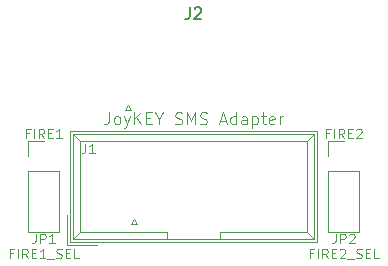
<source format=gto>
G04 #@! TF.GenerationSoftware,KiCad,Pcbnew,(5.1.8)-1*
G04 #@! TF.CreationDate,2021-01-08T23:48:15+01:00*
G04 #@! TF.ProjectId,Sega Master System,53656761-204d-4617-9374-657220537973,rev?*
G04 #@! TF.SameCoordinates,Original*
G04 #@! TF.FileFunction,Legend,Top*
G04 #@! TF.FilePolarity,Positive*
%FSLAX46Y46*%
G04 Gerber Fmt 4.6, Leading zero omitted, Abs format (unit mm)*
G04 Created by KiCad (PCBNEW (5.1.8)-1) date 2021-01-08 23:48:15*
%MOMM*%
%LPD*%
G01*
G04 APERTURE LIST*
%ADD10C,0.100000*%
%ADD11C,0.120000*%
%ADD12C,0.150000*%
G04 APERTURE END LIST*
D10*
X128320952Y-83762857D02*
X128054285Y-83762857D01*
X128054285Y-84181904D02*
X128054285Y-83381904D01*
X128435238Y-83381904D01*
X128740000Y-84181904D02*
X128740000Y-83381904D01*
X129578095Y-84181904D02*
X129311428Y-83800952D01*
X129120952Y-84181904D02*
X129120952Y-83381904D01*
X129425714Y-83381904D01*
X129501904Y-83420000D01*
X129540000Y-83458095D01*
X129578095Y-83534285D01*
X129578095Y-83648571D01*
X129540000Y-83724761D01*
X129501904Y-83762857D01*
X129425714Y-83800952D01*
X129120952Y-83800952D01*
X129920952Y-83762857D02*
X130187619Y-83762857D01*
X130301904Y-84181904D02*
X129920952Y-84181904D01*
X129920952Y-83381904D01*
X130301904Y-83381904D01*
X131063809Y-84181904D02*
X130606666Y-84181904D01*
X130835238Y-84181904D02*
X130835238Y-83381904D01*
X130759047Y-83496190D01*
X130682857Y-83572380D01*
X130606666Y-83610476D01*
X153720952Y-83762857D02*
X153454285Y-83762857D01*
X153454285Y-84181904D02*
X153454285Y-83381904D01*
X153835238Y-83381904D01*
X154140000Y-84181904D02*
X154140000Y-83381904D01*
X154978095Y-84181904D02*
X154711428Y-83800952D01*
X154520952Y-84181904D02*
X154520952Y-83381904D01*
X154825714Y-83381904D01*
X154901904Y-83420000D01*
X154940000Y-83458095D01*
X154978095Y-83534285D01*
X154978095Y-83648571D01*
X154940000Y-83724761D01*
X154901904Y-83762857D01*
X154825714Y-83800952D01*
X154520952Y-83800952D01*
X155320952Y-83762857D02*
X155587619Y-83762857D01*
X155701904Y-84181904D02*
X155320952Y-84181904D01*
X155320952Y-83381904D01*
X155701904Y-83381904D01*
X156006666Y-83458095D02*
X156044761Y-83420000D01*
X156120952Y-83381904D01*
X156311428Y-83381904D01*
X156387619Y-83420000D01*
X156425714Y-83458095D01*
X156463809Y-83534285D01*
X156463809Y-83610476D01*
X156425714Y-83724761D01*
X155968571Y-84181904D01*
X156463809Y-84181904D01*
X135073333Y-82002380D02*
X135073333Y-82716666D01*
X135025714Y-82859523D01*
X134930476Y-82954761D01*
X134787619Y-83002380D01*
X134692380Y-83002380D01*
X135692380Y-83002380D02*
X135597142Y-82954761D01*
X135549523Y-82907142D01*
X135501904Y-82811904D01*
X135501904Y-82526190D01*
X135549523Y-82430952D01*
X135597142Y-82383333D01*
X135692380Y-82335714D01*
X135835238Y-82335714D01*
X135930476Y-82383333D01*
X135978095Y-82430952D01*
X136025714Y-82526190D01*
X136025714Y-82811904D01*
X135978095Y-82907142D01*
X135930476Y-82954761D01*
X135835238Y-83002380D01*
X135692380Y-83002380D01*
X136359047Y-82335714D02*
X136597142Y-83002380D01*
X136835238Y-82335714D02*
X136597142Y-83002380D01*
X136501904Y-83240476D01*
X136454285Y-83288095D01*
X136359047Y-83335714D01*
X137216190Y-83002380D02*
X137216190Y-82002380D01*
X137787619Y-83002380D02*
X137359047Y-82430952D01*
X137787619Y-82002380D02*
X137216190Y-82573809D01*
X138216190Y-82478571D02*
X138549523Y-82478571D01*
X138692380Y-83002380D02*
X138216190Y-83002380D01*
X138216190Y-82002380D01*
X138692380Y-82002380D01*
X139311428Y-82526190D02*
X139311428Y-83002380D01*
X138978095Y-82002380D02*
X139311428Y-82526190D01*
X139644761Y-82002380D01*
X140692380Y-82954761D02*
X140835238Y-83002380D01*
X141073333Y-83002380D01*
X141168571Y-82954761D01*
X141216190Y-82907142D01*
X141263809Y-82811904D01*
X141263809Y-82716666D01*
X141216190Y-82621428D01*
X141168571Y-82573809D01*
X141073333Y-82526190D01*
X140882857Y-82478571D01*
X140787619Y-82430952D01*
X140740000Y-82383333D01*
X140692380Y-82288095D01*
X140692380Y-82192857D01*
X140740000Y-82097619D01*
X140787619Y-82050000D01*
X140882857Y-82002380D01*
X141120952Y-82002380D01*
X141263809Y-82050000D01*
X141692380Y-83002380D02*
X141692380Y-82002380D01*
X142025714Y-82716666D01*
X142359047Y-82002380D01*
X142359047Y-83002380D01*
X142787619Y-82954761D02*
X142930476Y-83002380D01*
X143168571Y-83002380D01*
X143263809Y-82954761D01*
X143311428Y-82907142D01*
X143359047Y-82811904D01*
X143359047Y-82716666D01*
X143311428Y-82621428D01*
X143263809Y-82573809D01*
X143168571Y-82526190D01*
X142978095Y-82478571D01*
X142882857Y-82430952D01*
X142835238Y-82383333D01*
X142787619Y-82288095D01*
X142787619Y-82192857D01*
X142835238Y-82097619D01*
X142882857Y-82050000D01*
X142978095Y-82002380D01*
X143216190Y-82002380D01*
X143359047Y-82050000D01*
X144501904Y-82716666D02*
X144978095Y-82716666D01*
X144406666Y-83002380D02*
X144740000Y-82002380D01*
X145073333Y-83002380D01*
X145835238Y-83002380D02*
X145835238Y-82002380D01*
X145835238Y-82954761D02*
X145740000Y-83002380D01*
X145549523Y-83002380D01*
X145454285Y-82954761D01*
X145406666Y-82907142D01*
X145359047Y-82811904D01*
X145359047Y-82526190D01*
X145406666Y-82430952D01*
X145454285Y-82383333D01*
X145549523Y-82335714D01*
X145740000Y-82335714D01*
X145835238Y-82383333D01*
X146740000Y-83002380D02*
X146740000Y-82478571D01*
X146692380Y-82383333D01*
X146597142Y-82335714D01*
X146406666Y-82335714D01*
X146311428Y-82383333D01*
X146740000Y-82954761D02*
X146644761Y-83002380D01*
X146406666Y-83002380D01*
X146311428Y-82954761D01*
X146263809Y-82859523D01*
X146263809Y-82764285D01*
X146311428Y-82669047D01*
X146406666Y-82621428D01*
X146644761Y-82621428D01*
X146740000Y-82573809D01*
X147216190Y-82335714D02*
X147216190Y-83335714D01*
X147216190Y-82383333D02*
X147311428Y-82335714D01*
X147501904Y-82335714D01*
X147597142Y-82383333D01*
X147644761Y-82430952D01*
X147692380Y-82526190D01*
X147692380Y-82811904D01*
X147644761Y-82907142D01*
X147597142Y-82954761D01*
X147501904Y-83002380D01*
X147311428Y-83002380D01*
X147216190Y-82954761D01*
X147978095Y-82335714D02*
X148359047Y-82335714D01*
X148120952Y-82002380D02*
X148120952Y-82859523D01*
X148168571Y-82954761D01*
X148263809Y-83002380D01*
X148359047Y-83002380D01*
X149073333Y-82954761D02*
X148978095Y-83002380D01*
X148787619Y-83002380D01*
X148692380Y-82954761D01*
X148644761Y-82859523D01*
X148644761Y-82478571D01*
X148692380Y-82383333D01*
X148787619Y-82335714D01*
X148978095Y-82335714D01*
X149073333Y-82383333D01*
X149120952Y-82478571D01*
X149120952Y-82573809D01*
X148644761Y-82669047D01*
X149549523Y-83002380D02*
X149549523Y-82335714D01*
X149549523Y-82526190D02*
X149597142Y-82430952D01*
X149644761Y-82383333D01*
X149740000Y-82335714D01*
X149835238Y-82335714D01*
D11*
X136965500Y-81768438D02*
X136465500Y-81768438D01*
X136465500Y-81768438D02*
X136715500Y-81335425D01*
X136715500Y-81335425D02*
X136965500Y-81768438D01*
X153610000Y-92135000D02*
X156270000Y-92135000D01*
X153610000Y-86995000D02*
X153610000Y-92135000D01*
X156270000Y-86995000D02*
X156270000Y-92135000D01*
X153610000Y-86995000D02*
X156270000Y-86995000D01*
X153610000Y-85725000D02*
X153610000Y-84395000D01*
X153610000Y-84395000D02*
X154940000Y-84395000D01*
X137473500Y-91420438D02*
X136973500Y-91420438D01*
X136973500Y-91420438D02*
X137223500Y-90987425D01*
X137223500Y-90987425D02*
X137473500Y-91420438D01*
X131560000Y-93190000D02*
X131560000Y-90650000D01*
X131560000Y-93190000D02*
X134100000Y-93190000D01*
X131810000Y-92940000D02*
X131810000Y-83590000D01*
X152670000Y-92940000D02*
X131810000Y-92940000D01*
X152670000Y-83590000D02*
X152670000Y-92940000D01*
X131810000Y-83590000D02*
X152670000Y-83590000D01*
D10*
X152420000Y-92690000D02*
X151860000Y-92140000D01*
X132060000Y-92690000D02*
X132600000Y-92140000D01*
X152420000Y-83840000D02*
X151860000Y-84390000D01*
X132060000Y-83840000D02*
X132600000Y-84390000D01*
X151860000Y-84390000D02*
X151860000Y-92140000D01*
X152420000Y-83840000D02*
X152420000Y-92690000D01*
X132600000Y-84390000D02*
X132600000Y-92140000D01*
X132060000Y-83840000D02*
X132060000Y-92690000D01*
X144490000Y-92140000D02*
X144490000Y-92690000D01*
X139990000Y-92140000D02*
X139990000Y-92690000D01*
X144490000Y-92140000D02*
X151860000Y-92140000D01*
X132600000Y-92140000D02*
X139990000Y-92140000D01*
X132060000Y-92690000D02*
X152420000Y-92690000D01*
X132600000Y-84390000D02*
X151860000Y-84390000D01*
X132060000Y-83840000D02*
X152420000Y-83840000D01*
D11*
X128210000Y-84395000D02*
X129540000Y-84395000D01*
X128210000Y-85725000D02*
X128210000Y-84395000D01*
X128210000Y-86995000D02*
X130870000Y-86995000D01*
X130870000Y-86995000D02*
X130870000Y-92135000D01*
X128210000Y-86995000D02*
X128210000Y-92135000D01*
X128210000Y-92135000D02*
X130870000Y-92135000D01*
D12*
X141906666Y-73112380D02*
X141906666Y-73826666D01*
X141859047Y-73969523D01*
X141763809Y-74064761D01*
X141620952Y-74112380D01*
X141525714Y-74112380D01*
X142335238Y-73207619D02*
X142382857Y-73160000D01*
X142478095Y-73112380D01*
X142716190Y-73112380D01*
X142811428Y-73160000D01*
X142859047Y-73207619D01*
X142906666Y-73302857D01*
X142906666Y-73398095D01*
X142859047Y-73540952D01*
X142287619Y-74112380D01*
X142906666Y-74112380D01*
D10*
X154273333Y-92271904D02*
X154273333Y-92843333D01*
X154235238Y-92957619D01*
X154159047Y-93033809D01*
X154044761Y-93071904D01*
X153968571Y-93071904D01*
X154654285Y-93071904D02*
X154654285Y-92271904D01*
X154959047Y-92271904D01*
X155035238Y-92310000D01*
X155073333Y-92348095D01*
X155111428Y-92424285D01*
X155111428Y-92538571D01*
X155073333Y-92614761D01*
X155035238Y-92652857D01*
X154959047Y-92690952D01*
X154654285Y-92690952D01*
X155416190Y-92348095D02*
X155454285Y-92310000D01*
X155530476Y-92271904D01*
X155720952Y-92271904D01*
X155797142Y-92310000D01*
X155835238Y-92348095D01*
X155873333Y-92424285D01*
X155873333Y-92500476D01*
X155835238Y-92614761D01*
X155378095Y-93071904D01*
X155873333Y-93071904D01*
X152349523Y-93922857D02*
X152082857Y-93922857D01*
X152082857Y-94341904D02*
X152082857Y-93541904D01*
X152463809Y-93541904D01*
X152768571Y-94341904D02*
X152768571Y-93541904D01*
X153606666Y-94341904D02*
X153340000Y-93960952D01*
X153149523Y-94341904D02*
X153149523Y-93541904D01*
X153454285Y-93541904D01*
X153530476Y-93580000D01*
X153568571Y-93618095D01*
X153606666Y-93694285D01*
X153606666Y-93808571D01*
X153568571Y-93884761D01*
X153530476Y-93922857D01*
X153454285Y-93960952D01*
X153149523Y-93960952D01*
X153949523Y-93922857D02*
X154216190Y-93922857D01*
X154330476Y-94341904D02*
X153949523Y-94341904D01*
X153949523Y-93541904D01*
X154330476Y-93541904D01*
X154635238Y-93618095D02*
X154673333Y-93580000D01*
X154749523Y-93541904D01*
X154940000Y-93541904D01*
X155016190Y-93580000D01*
X155054285Y-93618095D01*
X155092380Y-93694285D01*
X155092380Y-93770476D01*
X155054285Y-93884761D01*
X154597142Y-94341904D01*
X155092380Y-94341904D01*
X155244761Y-94418095D02*
X155854285Y-94418095D01*
X156006666Y-94303809D02*
X156120952Y-94341904D01*
X156311428Y-94341904D01*
X156387619Y-94303809D01*
X156425714Y-94265714D01*
X156463809Y-94189523D01*
X156463809Y-94113333D01*
X156425714Y-94037142D01*
X156387619Y-93999047D01*
X156311428Y-93960952D01*
X156159047Y-93922857D01*
X156082857Y-93884761D01*
X156044761Y-93846666D01*
X156006666Y-93770476D01*
X156006666Y-93694285D01*
X156044761Y-93618095D01*
X156082857Y-93580000D01*
X156159047Y-93541904D01*
X156349523Y-93541904D01*
X156463809Y-93580000D01*
X156806666Y-93922857D02*
X157073333Y-93922857D01*
X157187619Y-94341904D02*
X156806666Y-94341904D01*
X156806666Y-93541904D01*
X157187619Y-93541904D01*
X157911428Y-94341904D02*
X157530476Y-94341904D01*
X157530476Y-93541904D01*
X133083333Y-84651904D02*
X133083333Y-85223333D01*
X133045238Y-85337619D01*
X132969047Y-85413809D01*
X132854761Y-85451904D01*
X132778571Y-85451904D01*
X133883333Y-85451904D02*
X133426190Y-85451904D01*
X133654761Y-85451904D02*
X133654761Y-84651904D01*
X133578571Y-84766190D01*
X133502380Y-84842380D01*
X133426190Y-84880476D01*
X128873333Y-92271904D02*
X128873333Y-92843333D01*
X128835238Y-92957619D01*
X128759047Y-93033809D01*
X128644761Y-93071904D01*
X128568571Y-93071904D01*
X129254285Y-93071904D02*
X129254285Y-92271904D01*
X129559047Y-92271904D01*
X129635238Y-92310000D01*
X129673333Y-92348095D01*
X129711428Y-92424285D01*
X129711428Y-92538571D01*
X129673333Y-92614761D01*
X129635238Y-92652857D01*
X129559047Y-92690952D01*
X129254285Y-92690952D01*
X130473333Y-93071904D02*
X130016190Y-93071904D01*
X130244761Y-93071904D02*
X130244761Y-92271904D01*
X130168571Y-92386190D01*
X130092380Y-92462380D01*
X130016190Y-92500476D01*
X126949523Y-93922857D02*
X126682857Y-93922857D01*
X126682857Y-94341904D02*
X126682857Y-93541904D01*
X127063809Y-93541904D01*
X127368571Y-94341904D02*
X127368571Y-93541904D01*
X128206666Y-94341904D02*
X127940000Y-93960952D01*
X127749523Y-94341904D02*
X127749523Y-93541904D01*
X128054285Y-93541904D01*
X128130476Y-93580000D01*
X128168571Y-93618095D01*
X128206666Y-93694285D01*
X128206666Y-93808571D01*
X128168571Y-93884761D01*
X128130476Y-93922857D01*
X128054285Y-93960952D01*
X127749523Y-93960952D01*
X128549523Y-93922857D02*
X128816190Y-93922857D01*
X128930476Y-94341904D02*
X128549523Y-94341904D01*
X128549523Y-93541904D01*
X128930476Y-93541904D01*
X129692380Y-94341904D02*
X129235238Y-94341904D01*
X129463809Y-94341904D02*
X129463809Y-93541904D01*
X129387619Y-93656190D01*
X129311428Y-93732380D01*
X129235238Y-93770476D01*
X129844761Y-94418095D02*
X130454285Y-94418095D01*
X130606666Y-94303809D02*
X130720952Y-94341904D01*
X130911428Y-94341904D01*
X130987619Y-94303809D01*
X131025714Y-94265714D01*
X131063809Y-94189523D01*
X131063809Y-94113333D01*
X131025714Y-94037142D01*
X130987619Y-93999047D01*
X130911428Y-93960952D01*
X130759047Y-93922857D01*
X130682857Y-93884761D01*
X130644761Y-93846666D01*
X130606666Y-93770476D01*
X130606666Y-93694285D01*
X130644761Y-93618095D01*
X130682857Y-93580000D01*
X130759047Y-93541904D01*
X130949523Y-93541904D01*
X131063809Y-93580000D01*
X131406666Y-93922857D02*
X131673333Y-93922857D01*
X131787619Y-94341904D02*
X131406666Y-94341904D01*
X131406666Y-93541904D01*
X131787619Y-93541904D01*
X132511428Y-94341904D02*
X132130476Y-94341904D01*
X132130476Y-93541904D01*
M02*

</source>
